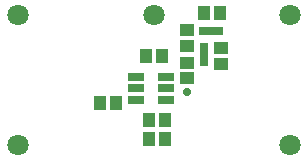
<source format=gts>
G04*
G04 #@! TF.GenerationSoftware,Altium Limited,Altium Designer,20.1.12 (249)*
G04*
G04 Layer_Color=8388736*
%FSLAX44Y44*%
%MOMM*%
G71*
G04*
G04 #@! TF.SameCoordinates,1844C3CC-A0EC-40E1-9444-F8D5987F7045*
G04*
G04*
G04 #@! TF.FilePolarity,Negative*
G04*
G01*
G75*
%ADD17R,1.1432X1.0332*%
%ADD18R,0.8032X1.0032*%
%ADD19R,1.0032X0.8032*%
%ADD20R,1.0332X1.1432*%
%ADD21R,1.4032X0.8032*%
%ADD22C,1.8032*%
%ADD23C,0.7016*%
D17*
X157750Y116850D02*
D03*
Y103650D02*
D03*
X157743Y76108D02*
D03*
Y89307D02*
D03*
X187235Y101350D02*
D03*
Y88150D02*
D03*
D18*
X172493Y101250D02*
D03*
Y91250D02*
D03*
D19*
X173493Y116292D02*
D03*
X183493D02*
D03*
D20*
X123400Y95000D02*
D03*
X136600D02*
D03*
X139100Y25065D02*
D03*
X125900D02*
D03*
X139100Y40507D02*
D03*
X125900D02*
D03*
X84607Y55000D02*
D03*
X97808D02*
D03*
X172642Y131035D02*
D03*
X185842D02*
D03*
D21*
X140000Y58000D02*
D03*
Y67500D02*
D03*
Y77000D02*
D03*
X115000D02*
D03*
Y67500D02*
D03*
Y58000D02*
D03*
D22*
X15000Y130000D02*
D03*
Y20000D02*
D03*
X245000D02*
D03*
Y130000D02*
D03*
X130000D02*
D03*
D23*
X157750Y64250D02*
D03*
M02*

</source>
